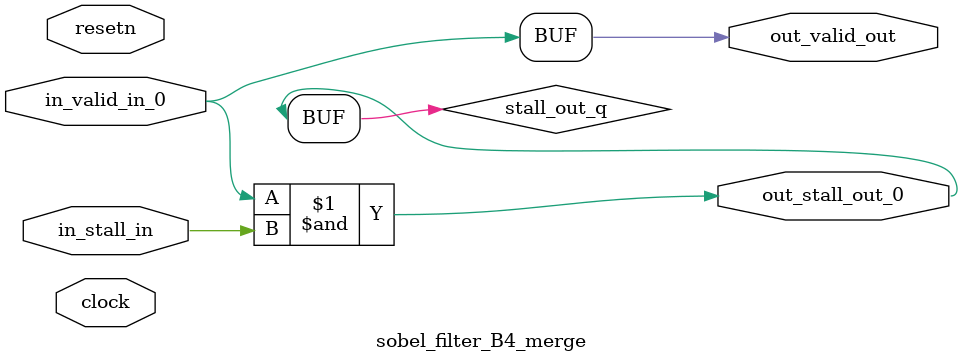
<source format=sv>



(* altera_attribute = "-name AUTO_SHIFT_REGISTER_RECOGNITION OFF; -name MESSAGE_DISABLE 10036; -name MESSAGE_DISABLE 10037; -name MESSAGE_DISABLE 14130; -name MESSAGE_DISABLE 14320; -name MESSAGE_DISABLE 15400; -name MESSAGE_DISABLE 14130; -name MESSAGE_DISABLE 10036; -name MESSAGE_DISABLE 12020; -name MESSAGE_DISABLE 12030; -name MESSAGE_DISABLE 12010; -name MESSAGE_DISABLE 12110; -name MESSAGE_DISABLE 14320; -name MESSAGE_DISABLE 13410; -name MESSAGE_DISABLE 113007; -name MESSAGE_DISABLE 10958" *)
module sobel_filter_B4_merge (
    input wire [0:0] in_stall_in,
    input wire [0:0] in_valid_in_0,
    output wire [0:0] out_stall_out_0,
    output wire [0:0] out_valid_out,
    input wire clock,
    input wire resetn
    );

    wire [0:0] stall_out_q;


    // stall_out(LOGICAL,6)
    assign stall_out_q = in_valid_in_0 & in_stall_in;

    // out_stall_out_0(GPOUT,4)
    assign out_stall_out_0 = stall_out_q;

    // out_valid_out(GPOUT,5)
    assign out_valid_out = in_valid_in_0;

endmodule

</source>
